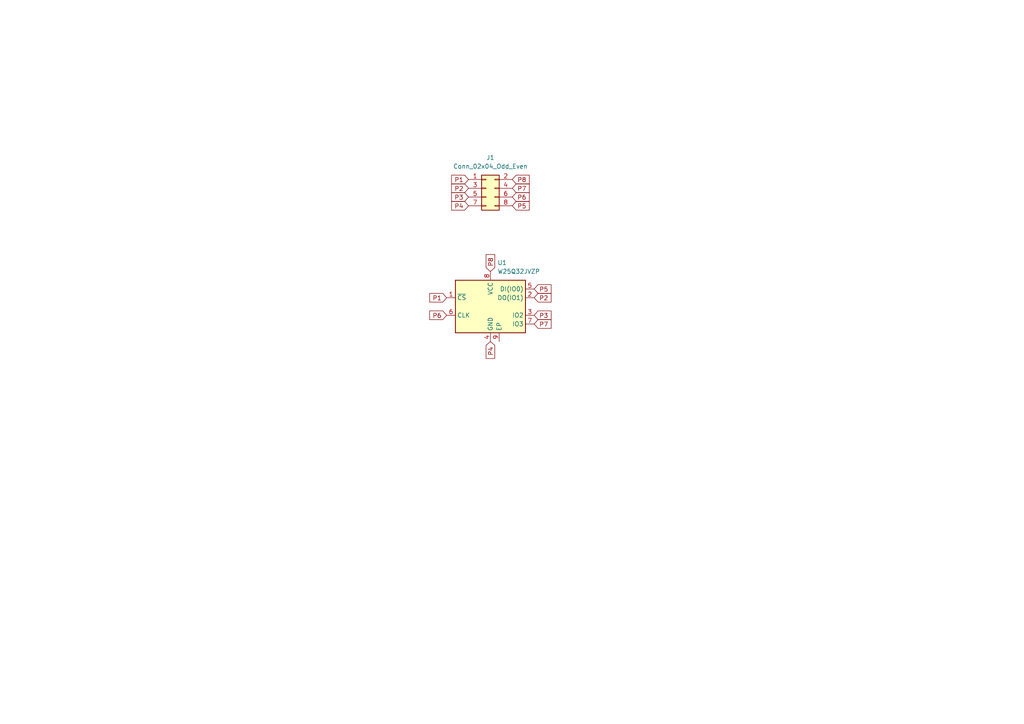
<source format=kicad_sch>
(kicad_sch (version 20211123) (generator eeschema)
  (paper "A4")
  (lib_symbols
    (symbol "Connector_Generic:Conn_02x04_Odd_Even" (pin_names (offset 1.016) hide)
      (property "Reference" "J" (at 1.27 5.08 0))
      (property "Value" "Conn_02x04_Odd_Even" (at 1.27 -7.62 0))
      (symbol "Conn_02x04_Odd_Even_1_1"
        (rectangle (start -1.27 -4.953) (end 0 -5.207) (stroke (width 0.1524)))
        (rectangle (start -1.27 -2.413) (end 0 -2.667) (stroke (width 0.1524)))
        (rectangle (start -1.27 0.127) (end 0 -0.127) (stroke (width 0.1524)))
        (rectangle (start -1.27 2.667) (end 0 2.413) (stroke (width 0.1524)))
        (rectangle (start -1.27 3.81) (end 3.81 -6.35) (stroke (width 0.254)) (fill (type background)))
        (rectangle (start 3.81 -4.953) (end 2.54 -5.207) (stroke (width 0.1524)))
        (rectangle (start 3.81 -2.413) (end 2.54 -2.667) (stroke (width 0.1524)))
        (rectangle (start 3.81 0.127) (end 2.54 -0.127) (stroke (width 0.1524)))
        (rectangle (start 3.81 2.667) (end 2.54 2.413) (stroke (width 0.1524)))
        (pin passive line (at -5.08 2.54 0) (length 3.81) (name "Pin_1") (number "1"))
        (pin passive line (at 7.62 2.54 180) (length 3.81) (name "Pin_2") (number "2"))
        (pin passive line (at -5.08 0 0) (length 3.81) (name "Pin_3") (number "3"))
        (pin passive line (at 7.62 0 180) (length 3.81) (name "Pin_4") (number "4"))
        (pin passive line (at -5.08 -2.54 0) (length 3.81) (name "Pin_5") (number "5"))
        (pin passive line (at 7.62 -2.54 180) (length 3.81) (name "Pin_6") (number "6"))
        (pin passive line (at -5.08 -5.08 0) (length 3.81) (name "Pin_7") (number "7"))
        (pin passive line (at 7.62 -5.08 180) (length 3.81) (name "Pin_8") (number "8"))
      )
    )
    (symbol "Memory_Flash:W25Q32JVZP"
      (property "Reference" "U" (at -8.89 8.89 0))
      (property "Value" "W25Q32JVZP" (at 7.62 8.89 0))
      (symbol "W25Q32JVZP_0_1"
        (rectangle (start -10.16 7.62) (end 10.16 -7.62) (stroke (width 0.254)) (fill (type background)))
      )
      (symbol "W25Q32JVZP_1_1"
        (pin input line (at -12.7 2.54 0) (length 2.54) (name "~{CS}") (number "1"))
        (pin bidirectional line (at 12.7 2.54 180) (length 2.54) (name "DO(IO1)") (number "2"))
        (pin bidirectional line (at 12.7 -2.54 180) (length 2.54) (name "IO2") (number "3"))
        (pin power_in line (at 0 -10.16 90) (length 2.54) (name "GND") (number "4"))
        (pin bidirectional line (at 12.7 5.08 180) (length 2.54) (name "DI(IO0)") (number "5"))
        (pin input line (at -12.7 -2.54 0) (length 2.54) (name "CLK") (number "6"))
        (pin bidirectional line (at 12.7 -5.08 180) (length 2.54) (name "IO3") (number "7"))
        (pin power_in line (at 0 10.16 270) (length 2.54) (name "VCC") (number "8"))
        (pin passive line (at 2.54 -10.16 90) (length 2.54) (name "EP") (number "9"))
      )
    )
  )
  (global_label "P4" (shape input) (at 135.89 59.69 180) (property "Intersheet References" "${INTERSHEET_REFS}" (effects hide)))
  (global_label "P3" (shape input) (at 154.94 91.44 0) (property "Intersheet References" "${INTERSHEET_REFS}" (effects hide)))
  (global_label "P4" (shape input) (at 142.24 99.06 270) (property "Intersheet References" "${INTERSHEET_REFS}" (effects hide)))
  (global_label "P8" (shape input) (at 148.59 52.07 0) (property "Intersheet References" "${INTERSHEET_REFS}" (effects hide)))
  (global_label "P7" (shape input) (at 148.59 54.61 0) (property "Intersheet References" "${INTERSHEET_REFS}" (effects hide)))
  (global_label "P7" (shape input) (at 154.94 93.98 0) (property "Intersheet References" "${INTERSHEET_REFS}" (effects hide)))
  (global_label "P1" (shape input) (at 129.54 86.36 180) (property "Intersheet References" "${INTERSHEET_REFS}" (effects hide)))
  (global_label "P8" (shape input) (at 142.24 78.74 90) (property "Intersheet References" "${INTERSHEET_REFS}" (effects hide)))
  (global_label "P1" (shape input) (at 135.89 52.07 180) (property "Intersheet References" "${INTERSHEET_REFS}" (effects hide)))
  (global_label "P2" (shape input) (at 154.94 86.36 0) (property "Intersheet References" "${INTERSHEET_REFS}" (effects hide)))
  (global_label "P5" (shape input) (at 154.94 83.82 0) (property "Intersheet References" "${INTERSHEET_REFS}" (effects hide)))
  (global_label "P5" (shape input) (at 148.59 59.69 0) (property "Intersheet References" "${INTERSHEET_REFS}" (effects hide)))
  (global_label "P6" (shape input) (at 129.54 91.44 180) (property "Intersheet References" "${INTERSHEET_REFS}" (effects hide)))
  (global_label "P6" (shape input) (at 148.59 57.15 0) (property "Intersheet References" "${INTERSHEET_REFS}" (effects hide)))
  (global_label "P3" (shape input) (at 135.89 57.15 180) (property "Intersheet References" "${INTERSHEET_REFS}" (effects hide)))
  (global_label "P2" (shape input) (at 135.89 54.61 180) (property "Intersheet References" "${INTERSHEET_REFS}" (effects hide)))
  (symbol (lib_id "Memory_Flash:W25Q32JVZP") (at 142.24 88.9 0) (unit 1)
    (property "Reference" "U1" (at 144.2594 76.2 0) (effects (justify left)))
    (property "Value" "W25Q32JVZP" (at 144.2594 78.74 0) (effects (justify left)))
    (property "Footprint" "Switch:WSON-8-1EP_8x6mm_P1.27mm_EP3.4x4.3mm" (effects hide))
    (property "Datasheet" "http://www.winbond.com/resource-files/w25q32jv%20revg%2003272018%20plus.pdf" (effects hide))
  )
  (symbol (lib_id "Connector_Generic:Conn_02x04_Odd_Even") (at 140.97 54.61 0) (unit 1)
    (property "Reference" "J1" (at 142.24 45.72 0))
    (property "Value" "Conn_02x04_Odd_Even" (at 142.24 48.26 0))
    (property "Footprint" "Connector_PinSocket_1.27mm:PinSocket_2x04_P1.27mm_Vertical_SMD" (effects hide))
  )
)
</source>
